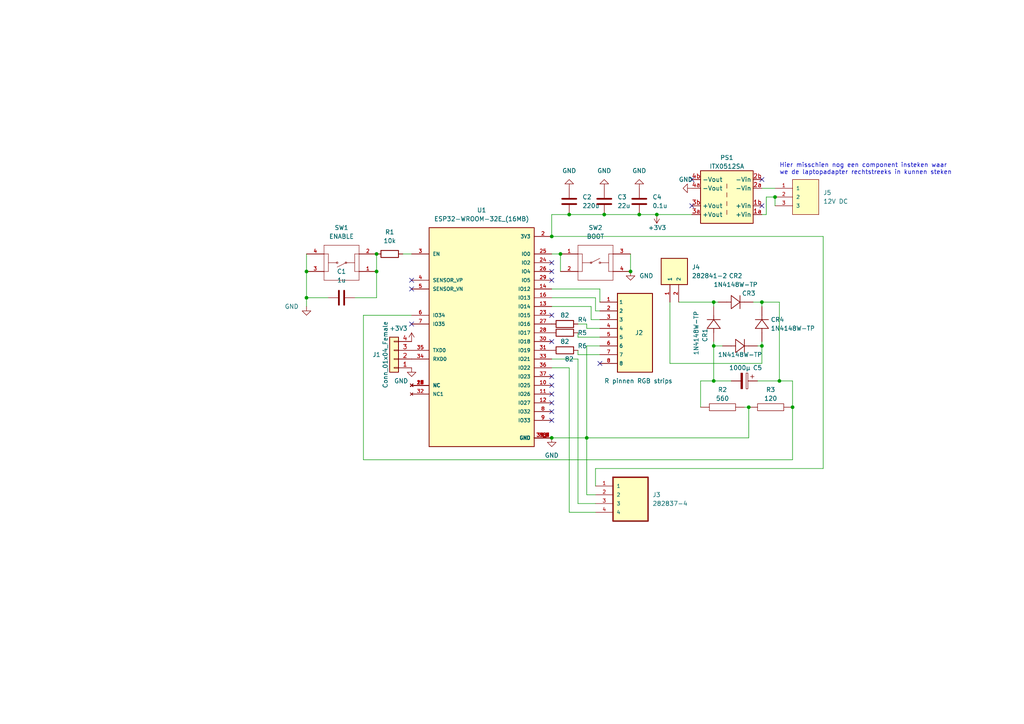
<source format=kicad_sch>
(kicad_sch (version 20211123) (generator eeschema)
  (paper "A4")
  (lib_symbols
    (symbol "1825910-6:1825910-6" (pin_names (offset 1.016) hide)
      (property "Reference" "SW" (at -5.08 5.842 0))
      (property "Value" "1825910-6" (at -5.08 -7.62 0))
      (symbol "1825910-6_0_0"
        (circle (center -1.27 0) (radius 0.254) (stroke (width 0.127)))
        (polyline (pts (xy -5.08 -5.08) (xy 5.08 -5.08)) (stroke (width 0.127)))
        (polyline (pts (xy -5.08 -2.54) (xy -5.08 -5.08)) (stroke (width 0.127)))
        (polyline (pts (xy -5.08 2.54) (xy -5.08 -2.54)) (stroke (width 0.127)))
        (polyline (pts (xy -5.08 2.54) (xy -3.81 2.54)) (stroke (width 0.127)))
        (polyline (pts (xy -5.08 5.08) (xy -5.08 2.54)) (stroke (width 0.127)))
        (polyline (pts (xy -5.08 5.08) (xy 5.08 5.08)) (stroke (width 0.127)))
        (polyline (pts (xy -3.81 -2.54) (xy -5.08 -2.54)) (stroke (width 0.127)))
        (polyline (pts (xy -3.81 0) (xy -3.81 -2.54)) (stroke (width 0.127)))
        (polyline (pts (xy -3.81 0) (xy -1.27 0)) (stroke (width 0.127)))
        (polyline (pts (xy -3.81 2.54) (xy -3.81 0)) (stroke (width 0.127)))
        (polyline (pts (xy -1.27 0) (xy 1.27 1.27)) (stroke (width 0.127)))
        (polyline (pts (xy 1.27 0) (xy 3.81 0)) (stroke (width 0.127)))
        (polyline (pts (xy 3.81 -2.54) (xy 5.08 -2.54)) (stroke (width 0.127)))
        (polyline (pts (xy 3.81 0) (xy 3.81 -2.54)) (stroke (width 0.127)))
        (polyline (pts (xy 3.81 0) (xy 3.81 2.54)) (stroke (width 0.127)))
        (polyline (pts (xy 3.81 2.54) (xy 5.08 2.54)) (stroke (width 0.127)))
        (polyline (pts (xy 5.08 -2.54) (xy 5.08 -5.08)) (stroke (width 0.127)))
        (polyline (pts (xy 5.08 2.54) (xy 5.08 -2.54)) (stroke (width 0.127)))
        (polyline (pts (xy 5.08 5.08) (xy 5.08 2.54)) (stroke (width 0.127)))
        (circle (center 1.27 0) (radius 0.254) (stroke (width 0.127)))
        (pin passive line (at -10.16 2.54 0) (length 5.08) (name "~") (number "1"))
        (pin passive line (at -10.16 -2.54 0) (length 5.08) (name "~") (number "2"))
        (pin passive line (at 10.16 2.54 180) (length 5.08) (name "~") (number "3"))
        (pin passive line (at 10.16 -2.54 180) (length 5.08) (name "~") (number "4"))
      )
    )
    (symbol "1N4148W-TP:1N4148W-TP" (pin_numbers hide) (pin_names (offset 1.016) hide)
      (property "Reference" "CR" (at -2.8194 2.6924 0))
      (property "Value" "1N4148W-TP" (at -3.8862 -5.5372 0))
      (symbol "1N4148W-TP_0_0"
        (polyline (pts (xy 2.54 0) (xy 3.81 0)) (stroke (width 0.2032)))
        (polyline (pts (xy 3.81 -1.905) (xy 6.35 0)) (stroke (width 0.2032)))
        (polyline (pts (xy 3.81 0) (xy 3.81 -1.905)) (stroke (width 0.2032)))
        (polyline (pts (xy 3.81 1.905) (xy 3.81 0)) (stroke (width 0.2032)))
        (polyline (pts (xy 6.35 -1.905) (xy 6.35 0)) (stroke (width 0.2032)))
        (polyline (pts (xy 6.35 0) (xy 3.81 1.905)) (stroke (width 0.2032)))
        (polyline (pts (xy 6.35 0) (xy 6.35 1.905)) (stroke (width 0.2032)))
        (polyline (pts (xy 6.35 0) (xy 7.62 0)) (stroke (width 0.2032)))
        (pin passive line (at 10.16 0 180) (length 2.54) (name "~") (number "1"))
        (pin passive line (at 0 0 0) (length 2.54) (name "~") (number "2"))
      )
    )
    (symbol "282837-4:282837-4" (pin_names (offset 1.016))
      (property "Reference" "J" (at 0 12.7 0))
      (property "Value" "282837-4" (at 0 -10.16 0))
      (symbol "282837-4_0_0"
        (rectangle (start -5.08 -5.08) (end 5.08 7.62) (stroke (width 0.4064)) (fill (type background)))
        (pin passive line (at -10.16 5.08 0) (length 5.08) (name "1") (number "1"))
        (pin passive line (at -10.16 2.54 0) (length 5.08) (name "2") (number "2"))
        (pin passive line (at -10.16 0 0) (length 5.08) (name "3") (number "3"))
        (pin passive line (at -10.16 -2.54 0) (length 5.08) (name "4") (number "4"))
      )
    )
    (symbol "282841-2:282841-2" (pin_names (offset 1.016))
      (property "Reference" "J" (at 0 10.16 0))
      (property "Value" "282841-2" (at 0 -7.62 0))
      (symbol "282841-2_0_0"
        (rectangle (start -5.08 -2.54) (end 2.54 5.08) (stroke (width 0.254)) (fill (type background)))
        (pin passive line (at -10.16 2.54 0) (length 5.08) (name "1") (number "1"))
        (pin passive line (at -10.16 0 0) (length 5.08) (name "2") (number "2"))
      )
    )
    (symbol "282841-3:282841-3" (pin_names (offset 1.016))
      (property "Reference" "J" (at -2.286 5.842 0))
      (property "Value" "282841-3" (at -2.54 -7.6454 0))
      (symbol "282841-3_0_0"
        (rectangle (start -2.54 -5.08) (end 5.08 5.08) (stroke (width 0.1524)) (fill (type background)))
        (pin passive line (at 10.16 2.54 180) (length 5.08) (name "1") (number "1"))
        (pin passive line (at 10.16 0 180) (length 5.08) (name "2") (number "2"))
        (pin passive line (at 10.16 -2.54 180) (length 5.08) (name "3") (number "3"))
      )
    )
    (symbol "282841-5:8_pin_connector"
      (property "Reference" "U" (at -5.08 12.7 0))
      (property "Value" "8_pin_connector" (at 0 -13.97 0))
      (symbol "8_pin_connector_0_0"
        (pin passive line (at -10.16 8.89 0) (length 5.08) (name "1") (number "1"))
        (pin passive line (at -10.16 6.35 0) (length 5.08) (name "2") (number "2"))
        (pin passive line (at -10.16 3.81 0) (length 5.08) (name "3") (number "3"))
        (pin passive line (at -10.16 1.27 0) (length 5.08) (name "4") (number "4"))
        (pin passive line (at -10.16 -1.27 0) (length 5.08) (name "5") (number "5"))
        (pin passive line (at -10.16 -3.81 0) (length 5.08) (name "6") (number "6"))
        (pin passive line (at -10.16 -6.35 0) (length 5.08) (name "7") (number "7"))
        (pin passive line (at -10.16 -8.89 0) (length 5.08) (name "8") (number "8"))
      )
      (symbol "8_pin_connector_0_1"
        (rectangle (start -5.08 11.43) (end 5.08 -11.43))
        (rectangle (start -5.08 11.43) (end 5.08 -11.43) (fill (type background)))
        (polyline (pts (xy -5.08 11.43) (xy -5.08 -11.43) (xy 5.08 -11.43) (xy 5.08 11.43) (xy -5.08 11.43)) (stroke (width 0.254)))
      )
    )
    (symbol "Connector_Generic:Conn_01x04" (pin_names (offset 1.016) hide)
      (property "Reference" "J" (at 0 5.08 0))
      (property "Value" "Conn_01x04" (at 0 -7.62 0))
      (symbol "Conn_01x04_1_1"
        (rectangle (start -1.27 -4.953) (end 0 -5.207) (stroke (width 0.1524)))
        (rectangle (start -1.27 -2.413) (end 0 -2.667) (stroke (width 0.1524)))
        (rectangle (start -1.27 0.127) (end 0 -0.127) (stroke (width 0.1524)))
        (rectangle (start -1.27 2.667) (end 0 2.413) (stroke (width 0.1524)))
        (rectangle (start -1.27 3.81) (end 1.27 -6.35) (stroke (width 0.254)) (fill (type background)))
        (pin passive line (at -5.08 2.54 0) (length 3.81) (name "Pin_1") (number "1"))
        (pin passive line (at -5.08 0 0) (length 3.81) (name "Pin_2") (number "2"))
        (pin passive line (at -5.08 -2.54 0) (length 3.81) (name "Pin_3") (number "3"))
        (pin passive line (at -5.08 -5.08 0) (length 3.81) (name "Pin_4") (number "4"))
      )
    )
    (symbol "Converter_DCDC:ITX0512SA"
      (property "Reference" "PS1" (at 0 -11.43 0))
      (property "Value" "ITX0512SA" (at 0 -8.89 0))
      (symbol "ITX0512SA_0_0"
        (pin power_in line (at -10.16 5.08 0) (length 2.54) (name "+Vin") (number "1a"))
        (pin power_in line (at -10.16 2.54 0) (length 2.54) (name "+Vin") (number "1b"))
        (pin power_in line (at -10.16 -2.54 0) (length 2.54) (name "-Vin") (number "2a"))
        (pin power_in line (at -10.16 -5.08 0) (length 2.54) (name "-Vin") (number "2b"))
        (pin power_out line (at 10.16 5.08 180) (length 2.54) (name "+Vout") (number "3a"))
        (pin power_out line (at 10.16 2.54 180) (length 2.54) (name "+Vout") (number "3b"))
        (pin power_out line (at 10.16 -2.54 180) (length 2.54) (name "-Vout") (number "4a"))
        (pin power_out line (at 10.16 -5.08 180) (length 2.54) (name "-Vout") (number "4b"))
      )
      (symbol "ITX0512SA_0_1"
        (rectangle (start -7.62 7.62) (end 7.62 -7.62) (stroke (width 0.254)) (fill (type background)))
        (polyline (pts (xy 0 -2.54) (xy 0 -3.81)))
        (polyline (pts (xy 0 0) (xy 0 -1.27)))
        (polyline (pts (xy 0 2.54) (xy 0 1.27)))
        (polyline (pts (xy 0 5.08) (xy 0 3.81)))
      )
    )
    (symbol "Device:C" (pin_numbers hide) (pin_names (offset 0.254))
      (property "Reference" "C" (at 0.635 2.54 0))
      (property "Value" "C" (at 0.635 -2.54 0))
      (symbol "C_0_1"
        (polyline (pts (xy -2.032 -0.762) (xy 2.032 -0.762)) (stroke (width 0.508)))
        (polyline (pts (xy -2.032 0.762) (xy 2.032 0.762)) (stroke (width 0.508)))
      )
      (symbol "C_1_1"
        (pin passive line (at 0 3.81 270) (length 2.794) (name "~") (number "1"))
        (pin passive line (at 0 -3.81 90) (length 2.794) (name "~") (number "2"))
      )
    )
    (symbol "Device:C_Polarized" (pin_numbers hide) (pin_names (offset 0.254))
      (property "Reference" "C" (at 0.635 2.54 0))
      (property "Value" "C_Polarized" (at 0.635 -2.54 0))
      (symbol "C_Polarized_0_1"
        (rectangle (start -2.286 0.508) (end 2.286 1.016))
        (polyline (pts (xy -1.778 2.286) (xy -0.762 2.286)))
        (polyline (pts (xy -1.27 2.794) (xy -1.27 1.778)))
        (rectangle (start 2.286 -0.508) (end -2.286 -1.016) (fill (type outline)))
      )
      (symbol "C_Polarized_1_1"
        (pin passive line (at 0 3.81 270) (length 2.794) (name "~") (number "1"))
        (pin passive line (at 0 -3.81 90) (length 2.794) (name "~") (number "2"))
      )
    )
    (symbol "Device:R" (pin_numbers hide) (pin_names (offset 0))
      (property "Reference" "R" (at 2.032 0 90))
      (property "Value" "R" (at 0 0 90))
      (symbol "R_0_1"
        (rectangle (start -1.016 -2.54) (end 1.016 2.54) (stroke (width 0.254)))
      )
      (symbol "R_1_1"
        (pin passive line (at 0 3.81 270) (length 1.27) (name "~") (number "1"))
        (pin passive line (at 0 -3.81 90) (length 1.27) (name "~") (number "2"))
      )
    )
    (symbol "ESP32-WROOM-32E__16MB_:ESP32-WROOM-32E_(16MB)" (pin_names (offset 1.016))
      (property "Reference" "U" (at -15.24 33.909 0))
      (property "Value" "ESP32-WROOM-32E_(16MB)" (at -15.24 -33.02 0))
      (symbol "ESP32-WROOM-32E_(16MB)_0_0"
        (rectangle (start -15.24 -30.48) (end 15.24 33.02) (stroke (width 0.254)) (fill (type background)))
        (pin power_in line (at 20.32 -27.94 180) (length 5.08) (name "GND") (number "1"))
        (pin bidirectional line (at 20.32 -12.7 180) (length 5.08) (name "IO25") (number "10"))
        (pin bidirectional line (at 20.32 -15.24 180) (length 5.08) (name "IO26") (number "11"))
        (pin bidirectional line (at 20.32 -17.78 180) (length 5.08) (name "IO27") (number "12"))
        (pin bidirectional line (at 20.32 10.16 180) (length 5.08) (name "IO14") (number "13"))
        (pin bidirectional line (at 20.32 15.24 180) (length 5.08) (name "IO12") (number "14"))
        (pin power_in line (at 20.32 -27.94 180) (length 5.08) (name "GND") (number "15"))
        (pin bidirectional line (at 20.32 12.7 180) (length 5.08) (name "IO13") (number "16"))
        (pin no_connect line (at -20.32 -12.7 0) (length 5.08) (name "NC") (number "17"))
        (pin no_connect line (at -20.32 -12.7 0) (length 5.08) (name "NC") (number "18"))
        (pin no_connect line (at -20.32 -12.7 0) (length 5.08) (name "NC") (number "19"))
        (pin power_in line (at 20.32 30.48 180) (length 5.08) (name "3V3") (number "2"))
        (pin no_connect line (at -20.32 -12.7 0) (length 5.08) (name "NC") (number "20"))
        (pin no_connect line (at -20.32 -12.7 0) (length 5.08) (name "NC") (number "21"))
        (pin no_connect line (at -20.32 -12.7 0) (length 5.08) (name "NC") (number "22"))
        (pin bidirectional line (at 20.32 7.62 180) (length 5.08) (name "IO15") (number "23"))
        (pin bidirectional line (at 20.32 22.86 180) (length 5.08) (name "IO2") (number "24"))
        (pin bidirectional line (at 20.32 25.4 180) (length 5.08) (name "IO0") (number "25"))
        (pin bidirectional line (at 20.32 20.32 180) (length 5.08) (name "IO4") (number "26"))
        (pin bidirectional line (at 20.32 5.08 180) (length 5.08) (name "IO16") (number "27"))
        (pin bidirectional line (at 20.32 2.54 180) (length 5.08) (name "IO17") (number "28"))
        (pin bidirectional line (at 20.32 17.78 180) (length 5.08) (name "IO5") (number "29"))
        (pin input line (at -20.32 25.4 0) (length 5.08) (name "EN") (number "3"))
        (pin bidirectional line (at 20.32 0 180) (length 5.08) (name "IO18") (number "30"))
        (pin bidirectional line (at 20.32 -2.54 180) (length 5.08) (name "IO19") (number "31"))
        (pin no_connect line (at -20.32 -15.24 0) (length 5.08) (name "NC1") (number "32"))
        (pin bidirectional line (at 20.32 -5.08 180) (length 5.08) (name "IO21") (number "33"))
        (pin bidirectional line (at -20.32 -5.08 0) (length 5.08) (name "RXD0") (number "34"))
        (pin bidirectional line (at -20.32 -2.54 0) (length 5.08) (name "TXD0") (number "35"))
        (pin bidirectional line (at 20.32 -7.62 180) (length 5.08) (name "IO22") (number "36"))
        (pin bidirectional line (at 20.32 -10.16 180) (length 5.08) (name "IO23") (number "37"))
        (pin power_in line (at 20.32 -27.94 180) (length 5.08) (name "GND") (number "38"))
        (pin power_in line (at 20.32 -27.94 180) (length 5.08) (name "GND") (number "39_1"))
        (pin power_in line (at 20.32 -27.94 180) (length 5.08) (name "GND") (number "39_2"))
        (pin power_in line (at 20.32 -27.94 180) (length 5.08) (name "GND") (number "39_3"))
        (pin power_in line (at 20.32 -27.94 180) (length 5.08) (name "GND") (number "39_4"))
        (pin power_in line (at 20.32 -27.94 180) (length 5.08) (name "GND") (number "39_5"))
        (pin power_in line (at 20.32 -27.94 180) (length 5.08) (name "GND") (number "39_6"))
        (pin power_in line (at 20.32 -27.94 180) (length 5.08) (name "GND") (number "39_7"))
        (pin power_in line (at 20.32 -27.94 180) (length 5.08) (name "GND") (number "39_8"))
        (pin power_in line (at 20.32 -27.94 180) (length 5.08) (name "GND") (number "39_9"))
        (pin input line (at -20.32 17.78 0) (length 5.08) (name "SENSOR_VP") (number "4"))
        (pin input line (at -20.32 15.24 0) (length 5.08) (name "SENSOR_VN") (number "5"))
        (pin input line (at -20.32 7.62 0) (length 5.08) (name "IO34") (number "6"))
        (pin input line (at -20.32 5.08 0) (length 5.08) (name "IO35") (number "7"))
        (pin bidirectional line (at 20.32 -20.32 180) (length 5.08) (name "IO32") (number "8"))
        (pin bidirectional line (at 20.32 -22.86 180) (length 5.08) (name "IO33") (number "9"))
      )
    )
    (symbol "power:+3V3" (power) (pin_names (offset 0))
      (property "Value" "+3V3" (at 0 3.556 0))
      (symbol "+3V3_0_1"
        (polyline (pts (xy -0.762 1.27) (xy 0 2.54)))
        (polyline (pts (xy 0 0) (xy 0 2.54)))
        (polyline (pts (xy 0 2.54) (xy 0.762 1.27)))
      )
      (symbol "+3V3_1_1"
        (pin power_in line (at 0 0 90) (length 0) hide (name "+3V3") (number "1"))
      )
    )
    (symbol "power:GND" (power) (pin_names (offset 0))
      (property "Value" "GND" (at 0 -3.81 0))
      (symbol "GND_0_1"
        (polyline (pts (xy 0 0) (xy 0 -1.27) (xy 1.27 -1.27) (xy 0 -2.54) (xy -1.27 -1.27) (xy 0 -1.27)))
      )
      (symbol "GND_1_1"
        (pin power_in line (at 0 0 270) (length 0) hide (name "GND") (number "1"))
      )
    )
    (symbol "pspice:R" (pin_numbers hide) (pin_names (offset 0))
      (property "Reference" "R" (at 2.032 0 90))
      (property "Value" "R" (at 0 0 90))
      (symbol "R_0_1"
        (rectangle (start -1.016 3.81) (end 1.016 -3.81))
      )
      (symbol "R_1_1"
        (pin passive line (at 0 6.35 270) (length 2.54) (name "~") (number "1"))
        (pin passive line (at 0 -6.35 90) (length 2.54) (name "~") (number "2"))
      )
    )
  )
  (junction (at 220.98 87.63))
  (junction (at 220.98 100.33))
  (junction (at 160.02 127))
  (junction (at 88.9 86.36))
  (junction (at 109.22 73.66))
  (junction (at 217.17 118.11))
  (junction (at 109.22 78.74))
  (junction (at 162.56 73.66))
  (junction (at 182.88 78.74))
  (junction (at 88.9 78.74))
  (junction (at 229.87 118.11))
  (junction (at 190.5 62.23))
  (junction (at 207.01 110.49))
  (junction (at 224.79 57.15))
  (junction (at 207.01 100.33))
  (junction (at 207.01 87.63))
  (junction (at 165.1 62.23))
  (junction (at 185.42 62.23))
  (junction (at 226.06 110.49))
  (junction (at 170.18 127))
  (junction (at 160.02 68.58))
  (junction (at 175.26 62.23))
  (no_connect (at 119.38 93.98))
  (no_connect (at 160.02 121.92))
  (no_connect (at 160.02 91.44))
  (no_connect (at 160.02 109.22))
  (no_connect (at 119.38 83.82))
  (no_connect (at 119.38 81.28))
  (no_connect (at 200.66 52.07))
  (no_connect (at 200.66 59.69))
  (no_connect (at 160.02 99.06))
  (no_connect (at 160.02 114.3))
  (no_connect (at 160.02 111.76))
  (no_connect (at 220.98 59.69))
  (no_connect (at 160.02 78.74))
  (no_connect (at 160.02 81.28))
  (no_connect (at 173.99 105.41))
  (no_connect (at 220.98 52.07))
  (no_connect (at 160.02 116.84))
  (no_connect (at 160.02 119.38))
  (no_connect (at 160.02 76.2))
  (wire (pts (xy 207.01 99.06) (xy 207.01 100.33)))
  (wire (pts (xy 167.64 146.05) (xy 167.64 104.14)))
  (wire (pts (xy 173.99 83.82) (xy 173.99 87.63)))
  (wire (pts (xy 220.98 87.63) (xy 220.98 88.9)))
  (wire (pts (xy 207.01 100.33) (xy 207.01 110.49)))
  (wire (pts (xy 102.87 86.36) (xy 109.22 86.36)))
  (wire (pts (xy 165.1 148.59) (xy 172.72 148.59)))
  (wire (pts (xy 160.02 62.23) (xy 165.1 62.23)))
  (wire (pts (xy 172.72 90.17) (xy 173.99 90.17)))
  (wire (pts (xy 229.87 118.11) (xy 229.87 110.49)))
  (wire (pts (xy 160.02 83.82) (xy 173.99 83.82)))
  (wire (pts (xy 165.1 62.23) (xy 175.26 62.23)))
  (wire (pts (xy 219.71 100.33) (xy 220.98 100.33)))
  (wire (pts (xy 170.18 95.25) (xy 173.99 95.25)))
  (wire (pts (xy 229.87 110.49) (xy 226.06 110.49)))
  (wire (pts (xy 167.64 97.79) (xy 173.99 97.79)))
  (wire (pts (xy 217.17 118.11) (xy 217.17 127)))
  (wire (pts (xy 167.64 104.14) (xy 160.02 104.14)))
  (wire (pts (xy 160.02 68.58) (xy 238.76 68.58)))
  (wire (pts (xy 218.44 87.63) (xy 220.98 87.63)))
  (wire (pts (xy 219.71 110.49) (xy 226.06 110.49)))
  (wire (pts (xy 170.18 143.51) (xy 172.72 143.51)))
  (wire (pts (xy 170.18 127) (xy 217.17 127)))
  (wire (pts (xy 224.79 57.15) (xy 224.79 59.69)))
  (wire (pts (xy 88.9 86.36) (xy 88.9 88.9)))
  (wire (pts (xy 88.9 78.74) (xy 88.9 73.66)))
  (wire (pts (xy 172.72 140.97) (xy 172.72 135.89)))
  (wire (pts (xy 222.25 57.15) (xy 224.79 57.15)))
  (wire (pts (xy 160.02 88.9) (xy 171.45 88.9)))
  (wire (pts (xy 220.98 54.61) (xy 224.79 54.61)))
  (wire (pts (xy 167.64 93.98) (xy 170.18 93.98)))
  (wire (pts (xy 207.01 110.49) (xy 212.09 110.49)))
  (wire (pts (xy 160.02 62.23) (xy 160.02 68.58)))
  (wire (pts (xy 171.45 92.71) (xy 173.99 92.71)))
  (wire (pts (xy 167.64 101.6) (xy 167.64 102.87)))
  (wire (pts (xy 175.26 62.23) (xy 185.42 62.23)))
  (wire (pts (xy 160.02 106.68) (xy 165.1 106.68)))
  (wire (pts (xy 172.72 86.36) (xy 172.72 90.17)))
  (wire (pts (xy 229.87 118.11) (xy 229.87 133.35)))
  (wire (pts (xy 171.45 88.9) (xy 171.45 92.71)))
  (wire (pts (xy 88.9 78.74) (xy 88.9 86.36)))
  (wire (pts (xy 109.22 86.36) (xy 109.22 78.74)))
  (wire (pts (xy 220.98 100.33) (xy 220.98 105.41)))
  (wire (pts (xy 160.02 86.36) (xy 172.72 86.36)))
  (wire (pts (xy 170.18 100.33) (xy 170.18 127)))
  (wire (pts (xy 208.28 87.63) (xy 207.01 87.63)))
  (wire (pts (xy 88.9 86.36) (xy 95.25 86.36)))
  (wire (pts (xy 220.98 99.06) (xy 220.98 100.33)))
  (wire (pts (xy 207.01 87.63) (xy 207.01 88.9)))
  (wire (pts (xy 172.72 135.89) (xy 238.76 135.89)))
  (wire (pts (xy 220.98 87.63) (xy 226.06 87.63)))
  (wire (pts (xy 203.2 110.49) (xy 207.01 110.49)))
  (wire (pts (xy 190.5 62.23) (xy 185.42 62.23)))
  (wire (pts (xy 173.99 100.33) (xy 170.18 100.33)))
  (wire (pts (xy 207.01 100.33) (xy 209.55 100.33)))
  (wire (pts (xy 190.5 62.23) (xy 200.66 62.23)))
  (wire (pts (xy 105.41 133.35) (xy 229.87 133.35)))
  (wire (pts (xy 172.72 146.05) (xy 167.64 146.05)))
  (wire (pts (xy 105.41 133.35) (xy 105.41 91.44)))
  (wire (pts (xy 194.31 87.63) (xy 194.31 105.41)))
  (wire (pts (xy 162.56 73.66) (xy 160.02 73.66)))
  (wire (pts (xy 220.98 62.23) (xy 222.25 62.23)))
  (wire (pts (xy 109.22 78.74) (xy 109.22 73.66)))
  (wire (pts (xy 226.06 87.63) (xy 226.06 110.49)))
  (wire (pts (xy 203.2 118.11) (xy 203.2 110.49)))
  (wire (pts (xy 194.31 105.41) (xy 220.98 105.41)))
  (wire (pts (xy 215.9 118.11) (xy 217.17 118.11)))
  (wire (pts (xy 116.84 73.66) (xy 119.38 73.66)))
  (wire (pts (xy 162.56 73.66) (xy 162.56 78.74)))
  (wire (pts (xy 196.85 87.63) (xy 207.01 87.63)))
  (wire (pts (xy 160.02 127) (xy 170.18 127)))
  (wire (pts (xy 182.88 73.66) (xy 182.88 78.74)))
  (wire (pts (xy 105.41 91.44) (xy 119.38 91.44)))
  (wire (pts (xy 167.64 96.52) (xy 167.64 97.79)))
  (wire (pts (xy 170.18 93.98) (xy 170.18 95.25)))
  (wire (pts (xy 170.18 127) (xy 170.18 143.51)))
  (wire (pts (xy 238.76 135.89) (xy 238.76 68.58)))
  (wire (pts (xy 165.1 106.68) (xy 165.1 148.59)))
  (wire (pts (xy 167.64 102.87) (xy 173.99 102.87)))
  (wire (pts (xy 222.25 62.23) (xy 222.25 57.15)))
  (text "Hier misschien nog een component insteken waar \nwe de laptopadapter rechtstreeks in kunnen steken\n" (at 226.06 50.8 0) (effects (font (size 1.27 1.27)) (justify left bottom)))
  (symbol (lib_id "Device:R") (at 163.83 96.52 90) (unit 1)
    (property "Reference" "R5" (at 168.91 96.52 90))
    (property "Value" "82" (at 163.83 99.06 90))
    (property "Footprint" "libraries:RESC6332X65N" (effects hide))
  )
  (symbol (lib_id "Connector_Generic:Conn_01x04") (at 114.3 104.14 180) (unit 1)
    (property "Reference" "J1" (at 109.22 102.87 0))
    (property "Value" "Conn_01x04_Female" (at 111.76 102.87 90))
    (property "Footprint" "Connector_PinHeader_2.54mm:PinHeader_1x04_P2.54mm_Vertical" (effects hide))
  )
  (symbol (lib_id "pspice:R") (at 209.55 118.11 90) (unit 1)
    (property "Reference" "R2" (at 209.55 113.03 90))
    (property "Value" "560" (at 209.55 115.57 90))
    (property "Footprint" "libraries:RESC6332X65N" (effects hide))
  )
  (symbol (lib_id "1N4148W-TP:1N4148W-TP") (at 220.98 99.06 90) (unit 1)
    (property "Reference" "CR4" (at 223.52 92.71 90) (effects (justify right)))
    (property "Value" "1N4148W-TP" (at 223.52 95.25 90) (effects (justify right)))
    (property "Footprint" "Diode_SMD:D_0201_0603Metric" (effects hide))
    (property "MANUFACTURER_PART_NUMBER" "1N4148W-TP" (effects hide))
    (property "BUILT_BY" "EMA_Cory" (effects hide))
    (property "VENDOR" "Micro Commercial Co" (effects hide))
    (property "DATASHEET" "https://www.mccsemi.com/pdf/Products/1N4148W(SOD123).pdf" (effects hide))
    (property "COPYRIGHT" "Copyright (C) 2018 Accelerated Designs. All rights reserved" (effects hide))
  )
  (symbol (lib_id "Device:R") (at 163.83 101.6 90) (unit 1)
    (property "Reference" "R6" (at 168.91 100.33 90))
    (property "Value" "82" (at 165.1 104.14 90))
    (property "Footprint" "libraries:RESC6332X65N" (effects hide))
  )
  (symbol (lib_id "power:+3V3") (at 190.5 62.23 180) (unit 1)
    (property "Reference" "#PWR0108" (effects hide))
    (property "Value" "+3V3" (at 187.96 66.04 0) (effects (justify right)))
  )
  (symbol (lib_id "1N4148W-TP:1N4148W-TP") (at 209.55 100.33 0) (unit 1)
    (property "Reference" "CR3" (at 217.17 85.09 0))
    (property "Value" "1N4148W-TP" (at 214.63 102.87 0))
    (property "Footprint" "Diode_SMD:D_0201_0603Metric" (effects hide))
    (property "MANUFACTURER_PART_NUMBER" "1N4148W-TP" (effects hide))
    (property "BUILT_BY" "EMA_Cory" (effects hide))
    (property "VENDOR" "Micro Commercial Co" (effects hide))
    (property "DATASHEET" "https://www.mccsemi.com/pdf/Products/1N4148W(SOD123).pdf" (effects hide))
    (property "COPYRIGHT" "Copyright (C) 2018 Accelerated Designs. All rights reserved" (effects hide))
  )
  (symbol (lib_id "power:GND") (at 160.02 127 0) (unit 1)
    (property "Reference" "#PWR0102" (effects hide))
    (property "Value" "GND" (at 160.02 132.08 0))
  )
  (symbol (lib_id "power:GND") (at 175.26 54.61 180) (unit 1)
    (property "Reference" "#PWR0104" (effects hide))
    (property "Value" "GND" (at 175.26 49.53 0))
  )
  (symbol (lib_id "power:GND") (at 182.88 78.74 0) (unit 1)
    (property "Reference" "#PWR0105" (effects hide))
    (property "Value" "GND" (at 185.42 80.0099 0) (effects (justify left)))
  )
  (symbol (lib_id "1N4148W-TP:1N4148W-TP") (at 207.01 99.06 90) (unit 1)
    (property "Reference" "CR1" (at 204.47 95.25 0) (effects (justify right)))
    (property "Value" "1N4148W-TP" (at 201.93 90.17 0) (effects (justify right)))
    (property "Footprint" "Diode_SMD:D_0201_0603Metric" (effects hide))
    (property "MANUFACTURER_PART_NUMBER" "1N4148W-TP" (effects hide))
    (property "BUILT_BY" "EMA_Cory" (effects hide))
    (property "VENDOR" "Micro Commercial Co" (effects hide))
    (property "DATASHEET" "https://www.mccsemi.com/pdf/Products/1N4148W(SOD123).pdf" (effects hide))
    (property "COPYRIGHT" "Copyright (C) 2018 Accelerated Designs. All rights reserved" (effects hide))
  )
  (symbol (lib_id "power:GND") (at 165.1 54.61 180) (unit 1)
    (property "Reference" "#PWR0103" (effects hide))
    (property "Value" "GND" (at 165.1 49.53 0))
  )
  (symbol (lib_id "power:GND") (at 185.42 54.61 180) (unit 1)
    (property "Reference" "#PWR0106" (effects hide))
    (property "Value" "GND" (at 185.42 49.53 0))
  )
  (symbol (lib_id "Device:C") (at 165.1 58.42 180) (unit 1)
    (property "Reference" "C2" (at 168.91 57.1499 0) (effects (justify right)))
    (property "Value" "220u" (at 168.91 59.6899 0) (effects (justify right)))
    (property "Footprint" "Capacitor_SMD:C_0805_2012Metric" (effects hide))
  )
  (symbol (lib_id "282841-2:282841-2") (at 196.85 77.47 90) (unit 1)
    (property "Reference" "J4" (at 200.66 77.4699 90) (effects (justify right)))
    (property "Value" "282841-2" (at 200.66 80.0099 90) (effects (justify right)))
    (property "Footprint" "libraries:TE_282841-2" (effects hide))
    (property "Comment" "282841-2" (effects hide))
    (property "EU_RoHS_Compliance" "Compliant with Exemptions" (effects hide))
  )
  (symbol (lib_id "282837-4:282837-4") (at 182.88 146.05 0) (unit 1)
    (property "Reference" "J3" (at 189.23 143.5099 0) (effects (justify left)))
    (property "Value" "282837-4" (at 189.23 146.0499 0) (effects (justify left)))
    (property "Footprint" "282837-4:TE_282837-4" (effects hide))
    (property "Comment" "282837-4" (effects hide))
    (property "EU_RoHS_Compliance" "Compliant with Exemptions" (effects hide))
  )
  (symbol (lib_id "1N4148W-TP:1N4148W-TP") (at 208.28 87.63 0) (unit 1)
    (property "Reference" "CR2" (at 213.36 80.01 0))
    (property "Value" "1N4148W-TP" (at 213.36 82.55 0))
    (property "Footprint" "Diode_SMD:D_0201_0603Metric" (effects hide))
    (property "MANUFACTURER_PART_NUMBER" "1N4148W-TP" (effects hide))
    (property "BUILT_BY" "EMA_Cory" (effects hide))
    (property "VENDOR" "Micro Commercial Co" (effects hide))
    (property "DATASHEET" "https://www.mccsemi.com/pdf/Products/1N4148W(SOD123).pdf" (effects hide))
    (property "COPYRIGHT" "Copyright (C) 2018 Accelerated Designs. All rights reserved" (effects hide))
  )
  (symbol (lib_id "Device:C") (at 99.06 86.36 90) (unit 1)
    (property "Reference" "C1" (at 99.06 78.74 90))
    (property "Value" "1u" (at 99.06 81.28 90))
    (property "Footprint" "Capacitor_SMD:C_0805_2012Metric" (effects hide))
  )
  (symbol (lib_id "Device:C") (at 175.26 58.42 180) (unit 1)
    (property "Reference" "C3" (at 179.07 57.1499 0) (effects (justify right)))
    (property "Value" "22u" (at 179.07 59.6899 0) (effects (justify right)))
    (property "Footprint" "Capacitor_SMD:C_0805_2012Metric" (effects hide))
  )
  (symbol (lib_id "Device:C_Polarized") (at 215.9 110.49 270) (unit 1)
    (property "Reference" "C5" (at 219.71 106.68 90))
    (property "Value" "1000µ" (at 214.63 106.68 90))
    (property "Footprint" "Capacitor_THT:CP_Axial_L26.5mm_D20.0mm_P33.00mm_Horizontal" (effects hide))
  )
  (symbol (lib_id "Device:R") (at 113.03 73.66 90) (unit 1)
    (property "Reference" "R1" (at 113.03 67.31 90))
    (property "Value" "10k" (at 113.03 69.85 90))
    (property "Footprint" "libraries:RESC6332X65N" (effects hide))
  )
  (symbol (lib_id "power:GND") (at 200.66 54.61 270) (unit 1)
    (property "Reference" "#PWR0107" (effects hide))
    (property "Value" "GND" (at 196.85 52.07 90) (effects (justify left)))
  )
  (symbol (lib_id "Device:R") (at 163.83 93.98 90) (unit 1)
    (property "Reference" "R4" (at 168.91 92.71 90))
    (property "Value" "82" (at 163.83 91.44 90))
    (property "Footprint" "libraries:RESC6332X65N" (effects hide))
  )
  (symbol (lib_id "power:+3V3") (at 119.38 99.06 0) (unit 1)
    (property "Reference" "#PWR01" (effects hide))
    (property "Value" "+3V3" (at 115.57 95.25 0))
  )
  (symbol (lib_id "power:GND") (at 88.9 88.9 0) (unit 1)
    (property "Reference" "#PWR0101" (effects hide))
    (property "Value" "GND" (at 82.55 88.9 0) (effects (justify left)))
  )
  (symbol (lib_id "282841-3:282841-3") (at 234.95 57.15 0) (mirror y) (unit 1)
    (property "Reference" "J5" (at 238.76 55.8799 0) (effects (justify right)))
    (property "Value" "12V DC" (at 238.76 58.4199 0) (effects (justify right)))
    (property "Footprint" "libraries:TE_282841-3" (effects hide))
    (property "Comment" "282841-3" (effects hide))
    (property "EU_RoHS_Compliance" "Compliant with Exemptions" (effects hide))
  )
  (symbol (lib_id "Device:C") (at 185.42 58.42 180) (unit 1)
    (property "Reference" "C4" (at 189.23 57.1499 0) (effects (justify right)))
    (property "Value" "0.1u" (at 189.23 59.69 0) (effects (justify right)))
    (property "Footprint" "Capacitor_SMD:C_0805_2012Metric" (effects hide))
  )
  (symbol (lib_id "1825910-6:1825910-6") (at 99.06 76.2 180) (unit 1)
    (property "Reference" "SW1" (at 99.06 66.04 0))
    (property "Value" "ENABLE" (at 99.06 68.58 0))
    (property "Footprint" "libraries:SW_1825910-6-4" (effects hide))
    (property "Comment" "1825910-6" (effects hide))
  )
  (symbol (lib_id "1825910-6:1825910-6") (at 172.72 76.2 0) (unit 1)
    (property "Reference" "SW2" (at 172.72 66.04 0))
    (property "Value" "BOOT" (at 172.72 68.58 0))
    (property "Footprint" "libraries:SW_1825910-6-4" (effects hide))
    (property "Comment" "1825910-6" (effects hide))
  )
  (symbol (lib_id "power:GND") (at 119.38 106.68 0) (unit 1)
    (property "Reference" "#PWR02" (effects hide))
    (property "Value" "GND" (at 114.3 110.49 0) (effects (justify left)))
  )
  (symbol (lib_id "282841-5:8_pin_connector") (at 184.15 96.52 0) (unit 1)
    (property "Reference" "J2" (at 184.15 96.52 0) (effects (justify left)))
    (property "Value" "R pinnen RGB strips" (at 175.26 110.49 0) (effects (justify left)))
    (property "Footprint" "libraries:TE_282841-8" (effects hide))
  )
  (symbol (lib_id "Converter_DCDC:ITX0512SA") (at 210.82 57.15 180) (unit 1)
    (property "Reference" "PS1" (at 210.82 45.72 0))
    (property "Value" "ITX0512SA" (at 210.82 48.26 0))
    (property "Footprint" "libraries:Buck Converter" (effects hide))
  )
  (symbol (lib_id "ESP32-WROOM-32E__16MB_:ESP32-WROOM-32E_(16MB)") (at 139.7 99.06 0) (unit 1)
    (property "Reference" "U1" (at 139.7 60.96 0))
    (property "Value" "ESP32-WROOM-32E_(16MB)" (at 139.7 63.5 0))
    (property "Footprint" "libraries:XCVR_ESP32-WROOM-32E_(16MB)" (effects hide))
    (property "PARTREV" "1.4" (effects hide))
    (property "STANDARD" "Manufacturer Recommendations" (effects hide))
    (property "MAXIMUM_PACKAGE_HEIGHT" "3.25mm" (effects hide))
    (property "MANUFACTURER" "Espressif Systems" (effects hide))
  )
  (symbol (lib_id "pspice:R") (at 223.52 118.11 90) (unit 1)
    (property "Reference" "R3" (at 223.52 113.03 90))
    (property "Value" "120" (at 223.52 115.57 90))
    (property "Footprint" "libraries:RESC6332X65N" (effects hide))
  )
)
</source>
